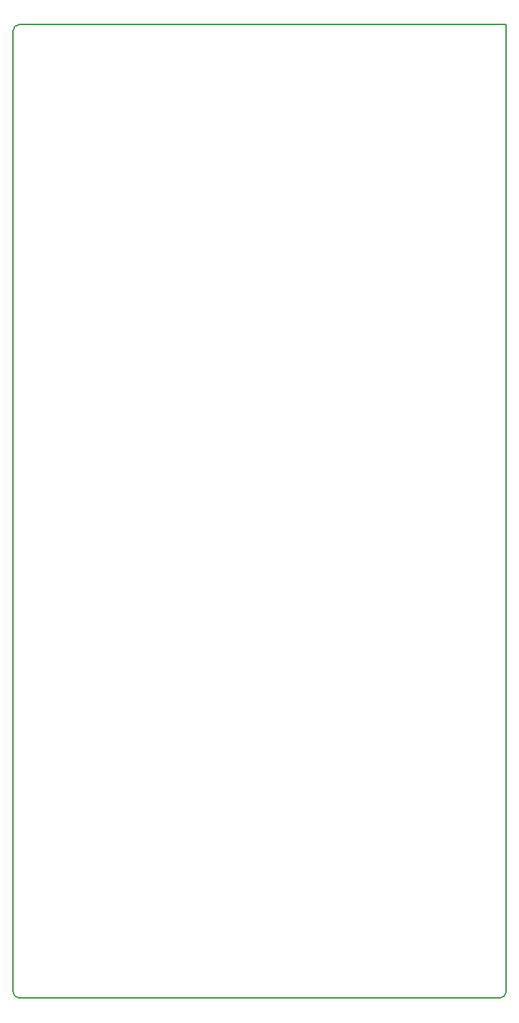
<source format=gbr>
%TF.GenerationSoftware,KiCad,Pcbnew,(5.0.2)-1*%
%TF.CreationDate,2019-03-22T12:12:08-04:00*%
%TF.ProjectId,Door_Lock,446f6f72-5f4c-46f6-936b-2e6b69636164,rev?*%
%TF.SameCoordinates,Original*%
%TF.FileFunction,Profile,NP*%
%FSLAX46Y46*%
G04 Gerber Fmt 4.6, Leading zero omitted, Abs format (unit mm)*
G04 Created by KiCad (PCBNEW (5.0.2)-1) date 3/22/2019 12:12:08 PM*
%MOMM*%
%LPD*%
G01*
G04 APERTURE LIST*
%ADD10C,0.150000*%
G04 APERTURE END LIST*
D10*
X59436000Y-146050000D02*
G75*
G02X58674000Y-145288000I0J762000D01*
G01*
X116840000Y-145288000D02*
G75*
G02X116078000Y-146050000I-762000J0D01*
G01*
X58674000Y-32004000D02*
G75*
G02X59436000Y-31242000I762000J0D01*
G01*
X58674000Y-145288000D02*
X58674000Y-32004000D01*
X116078000Y-146050000D02*
X59436000Y-146050000D01*
X116840000Y-31242000D02*
X116840000Y-145288000D01*
X59436000Y-31242000D02*
X116840000Y-31242000D01*
M02*

</source>
